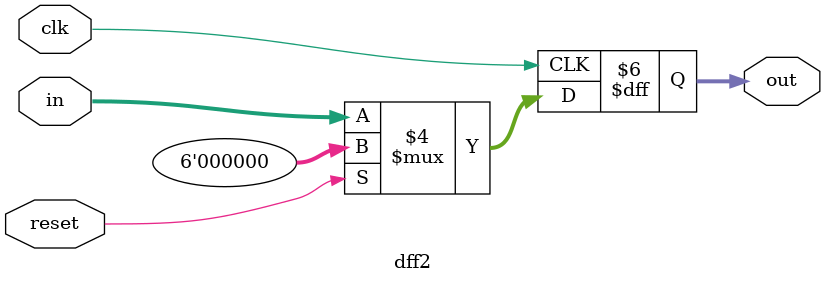
<source format=v>
module dff2(in,clk,out,reset);
input reset;
input[5:0] in;
input clk;
output[5:0] out;
reg[5:0] out;
always @(posedge clk)
		begin
if(reset==1)
		begin
		out<=0;
		end
		else
		begin
		out<=in;
		end
		end
		endmodule

</source>
